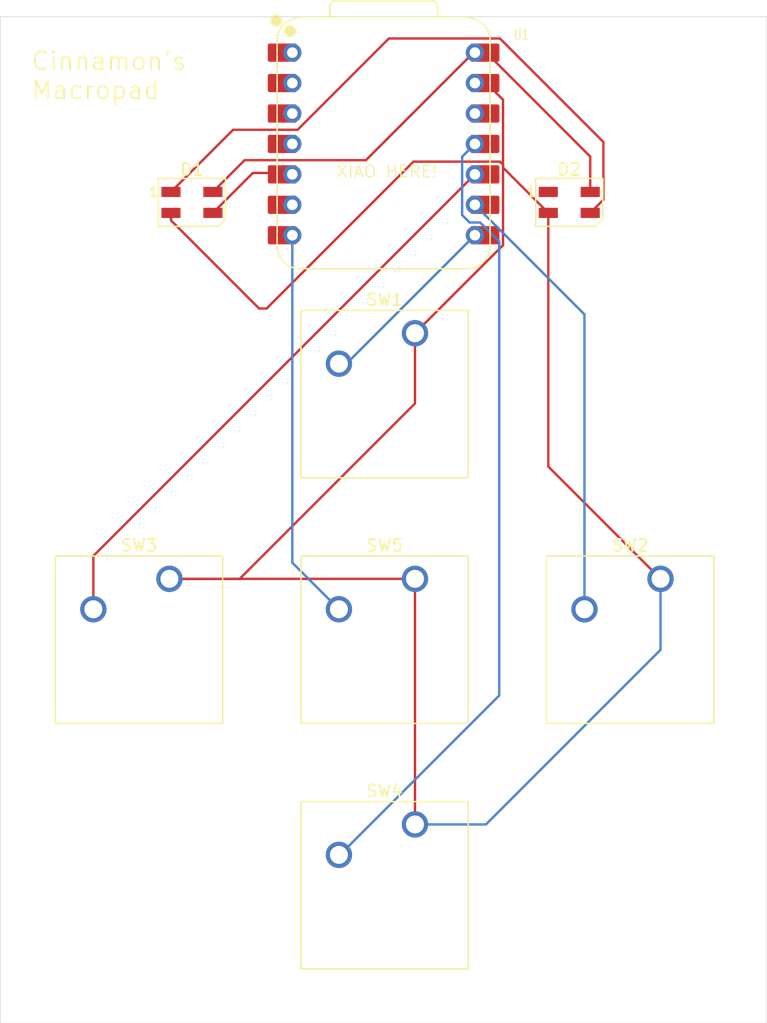
<source format=kicad_pcb>
(kicad_pcb (version 20240108) (generator "pcbnew") (generator_version "8.0")
  (layers (0 "F.Cu" signal) (31 "B.Cu" signal) (34 "B.Paste" user) (35 "F.Paste" user) (36 "B.SilkS" user "B.Silkscreen") (37 "F.SilkS" user "F.Silkscreen") (38 "B.Mask" user) (39 "F.Mask" user) (44 "Edge.Cuts" user))
  (net 0 "")
  (net 1 "Net-(D1-DIN)")
  (net 2 "GND")
  (net 3 "+5V")
  (net 4 "Net-(D1-DOUT)")
  (net 6 "Net-(U1-GPIO1{slash}RX)")
  (net 7 "Net-(U1-GPIO2{slash}SCK)")
  (net 8 "Net-(U1-GPIO4{slash}MISO)")
  (net 9 "Net-(U1-GPIO3{slash}MOSI)")
  (net 16 "Net-(U1-GPIO0{slash}TX)")
  (footprint "hackpad:SW_Cherry_MX_1.00u_PCB" (layer "F.Cu") (at 107.12 75.92)
    (property "Reference" "SW3" (at -2.54 -2.794 0) (layer "F.SilkS"))
    (property "Value" "SW_Push")
    (fp_line (start -9.525 -1.905) (end 4.445 -1.905) (stroke (width 0.12)) (layer "F.SilkS"))
    (fp_line (start -9.525 12.065) (end -9.525 -1.905) (stroke (width 0.12)) (layer "F.SilkS"))
    (fp_line (start 4.445 -1.905) (end 4.445 12.065) (stroke (width 0.12)) (layer "F.SilkS"))
    (fp_line (start 4.445 12.065) (end -9.525 12.065) (stroke (width 0.12)) (layer "F.SilkS"))
    (pad "" np_thru_hole circle (at -7.62 5.08) (size 1.7 1.7) (drill 1.7) (layers "*.Cu" "*.Mask"))
    (pad "" np_thru_hole circle (at -2.54 5.08) (size 4 4) (drill 4) (layers "*.Cu" "*.Mask"))
    (pad "" np_thru_hole circle (at 2.54 5.08) (size 1.7 1.7) (drill 1.7) (layers "*.Cu" "*.Mask"))
    (pad "1" thru_hole circle (at 0 0) (size 2.2 2.2) (drill 1.5) (layers "*.Cu" "*.Mask") (net 2 "GND"))
    (pad "2" thru_hole circle (at -6.35 2.54) (size 2.2 2.2) (drill 1.5) (layers "*.Cu" "*.Mask") (net 8 "Net-(U1-GPIO4{slash}MISO)"))
  )
  (footprint "hackpad:SW_Cherry_MX_1.00u_PCB" (layer "F.Cu") (at 127.62 96.42)
    (property "Reference" "SW4" (at -2.54 -2.794 0) (layer "F.SilkS"))
    (property "Value" "SW_Push")
    (fp_line (start -9.525 -1.905) (end 4.445 -1.905) (stroke (width 0.12)) (layer "F.SilkS"))
    (fp_line (start -9.525 12.065) (end -9.525 -1.905) (stroke (width 0.12)) (layer "F.SilkS"))
    (fp_line (start 4.445 -1.905) (end 4.445 12.065) (stroke (width 0.12)) (layer "F.SilkS"))
    (fp_line (start 4.445 12.065) (end -9.525 12.065) (stroke (width 0.12)) (layer "F.SilkS"))
    (pad "" np_thru_hole circle (at -7.62 5.08) (size 1.7 1.7) (drill 1.7) (layers "*.Cu" "*.Mask"))
    (pad "" np_thru_hole circle (at -2.54 5.08) (size 4 4) (drill 4) (layers "*.Cu" "*.Mask"))
    (pad "" np_thru_hole circle (at 2.54 5.08) (size 1.7 1.7) (drill 1.7) (layers "*.Cu" "*.Mask"))
    (pad "1" thru_hole circle (at 0 0) (size 2.2 2.2) (drill 1.5) (layers "*.Cu" "*.Mask") (net 2 "GND"))
    (pad "2" thru_hole circle (at -6.35 2.54) (size 2.2 2.2) (drill 1.5) (layers "*.Cu" "*.Mask") (net 9 "Net-(U1-GPIO3{slash}MOSI)"))
  )
  (footprint "hackpad:SW_Cherry_MX_1.00u_PCB" (layer "F.Cu") (at 148.12 75.92)
    (property "Reference" "SW2" (at -2.54 -2.794 0) (layer "F.SilkS"))
    (property "Value" "SW_Push")
    (fp_line (start -9.525 -1.905) (end 4.445 -1.905) (stroke (width 0.12)) (layer "F.SilkS"))
    (fp_line (start -9.525 12.065) (end -9.525 -1.905) (stroke (width 0.12)) (layer "F.SilkS"))
    (fp_line (start 4.445 -1.905) (end 4.445 12.065) (stroke (width 0.12)) (layer "F.SilkS"))
    (fp_line (start 4.445 12.065) (end -9.525 12.065) (stroke (width 0.12)) (layer "F.SilkS"))
    (pad "" np_thru_hole circle (at -7.62 5.08) (size 1.7 1.7) (drill 1.7) (layers "*.Cu" "*.Mask"))
    (pad "" np_thru_hole circle (at -2.54 5.08) (size 4 4) (drill 4) (layers "*.Cu" "*.Mask"))
    (pad "" np_thru_hole circle (at 2.54 5.08) (size 1.7 1.7) (drill 1.7) (layers "*.Cu" "*.Mask"))
    (pad "1" thru_hole circle (at 0 0) (size 2.2 2.2) (drill 1.5) (layers "*.Cu" "*.Mask") (net 2 "GND"))
    (pad "2" thru_hole circle (at -6.35 2.54) (size 2.2 2.2) (drill 1.5) (layers "*.Cu" "*.Mask") (net 7 "Net-(U1-GPIO2{slash}SCK)"))
  )
  (footprint "hackpad:LED_SK6812MINI_PLCC4_3.5x3.5mm_P1.75mm" (layer "F.Cu") (at 109 44.5)
    (property "Reference" "D1" (at 0 -2.75 0) (layer "F.SilkS"))
    (property "Value" "SK6812MINI")
    (fp_line (start -2.8 -2) (end -2.8 2) (stroke (width 0.12)) (layer "F.SilkS"))
    (fp_line (start -2.8 -2) (end 2.8 -2) (stroke (width 0.12)) (layer "F.SilkS"))
    (fp_line (start -2.8 2) (end 2.2 2) (stroke (width 0.12)) (layer "F.SilkS"))
    (fp_line (start 2.8 1.4) (end 2.2 2) (stroke (width 0.12)) (layer "F.SilkS"))
    (fp_line (start 2.8 1.4) (end 2.8 -2) (stroke (width 0.12)) (layer "F.SilkS"))
    (fp_text user "1" (at -3.2 -0.875 0) (layer "F.SilkS") (effects (font (size 0.8 0.8))))
    (pad "1" smd rect (at -1.75 -0.875) (size 1.6 0.85) (layers "F.Cu" "F.Paste" "F.Mask") (net 4 "Net-(D1-DOUT)"))
    (pad "2" smd rect (at -1.75 0.875) (size 1.6 0.85) (layers "F.Cu" "F.Paste" "F.Mask") (net 2 "GND"))
    (pad "3" smd rect (at 1.75 0.875) (size 1.6 0.85) (layers "F.Cu" "F.Paste" "F.Mask") (net 1 "Net-(D1-DIN)"))
    (pad "4" smd rect (at 1.75 -0.875) (size 1.6 0.85) (layers "F.Cu" "F.Paste" "F.Mask") (net 3 "+5V"))
  )
  (footprint "hackpad:LED_SK6812MINI_PLCC4_3.5x3.5mm_P1.75mm" (layer "F.Cu") (at 140.5 44.5)
    (property "Reference" "D2" (at 0 -2.75 0) (layer "F.SilkS"))
    (property "Value" "SK6812MINI")
    (fp_line (start -2.8 -2) (end -2.8 2) (stroke (width 0.12)) (layer "F.SilkS"))
    (fp_line (start -2.8 -2) (end 2.8 -2) (stroke (width 0.12)) (layer "F.SilkS"))
    (fp_line (start -2.8 2) (end 2.2 2) (stroke (width 0.12)) (layer "F.SilkS"))
    (fp_line (start 2.8 1.4) (end 2.2 2) (stroke (width 0.12)) (layer "F.SilkS"))
    (fp_line (start 2.8 1.4) (end 2.8 -2) (stroke (width 0.12)) (layer "F.SilkS"))
    (fp_text user "1" (at -3.2 -0.875 0) (layer "F.SilkS") (effects (font (size 0.8 0.8))))
    (pad "1" smd rect (at -1.75 -0.875) (size 1.6 0.85) (layers "F.Cu" "F.Paste" "F.Mask"))
    (pad "2" smd rect (at -1.75 0.875) (size 1.6 0.85) (layers "F.Cu" "F.Paste" "F.Mask") (net 2 "GND"))
    (pad "3" smd rect (at 1.75 0.875) (size 1.6 0.85) (layers "F.Cu" "F.Paste" "F.Mask") (net 4 "Net-(D1-DOUT)"))
    (pad "4" smd rect (at 1.75 -0.875) (size 1.6 0.85) (layers "F.Cu" "F.Paste" "F.Mask") (net 3 "+5V"))
  )
  (footprint "hackpad:SW_Cherry_MX_1.00u_PCB" (layer "F.Cu") (at 127.62 55.42)
    (property "Reference" "SW1" (at -2.54 -2.794 0) (layer "F.SilkS"))
    (property "Value" "SW_Push")
    (fp_line (start -9.525 -1.905) (end 4.445 -1.905) (stroke (width 0.12)) (layer "F.SilkS"))
    (fp_line (start -9.525 12.065) (end -9.525 -1.905) (stroke (width 0.12)) (layer "F.SilkS"))
    (fp_line (start 4.445 -1.905) (end 4.445 12.065) (stroke (width 0.12)) (layer "F.SilkS"))
    (fp_line (start 4.445 12.065) (end -9.525 12.065) (stroke (width 0.12)) (layer "F.SilkS"))
    (pad "" np_thru_hole circle (at -7.62 5.08) (size 1.7 1.7) (drill 1.7) (layers "*.Cu" "*.Mask"))
    (pad "" np_thru_hole circle (at -2.54 5.08) (size 4 4) (drill 4) (layers "*.Cu" "*.Mask"))
    (pad "" np_thru_hole circle (at 2.54 5.08) (size 1.7 1.7) (drill 1.7) (layers "*.Cu" "*.Mask"))
    (pad "1" thru_hole circle (at 0 0) (size 2.2 2.2) (drill 1.5) (layers "*.Cu" "*.Mask") (net 2 "GND"))
    (pad "2" thru_hole circle (at -6.35 2.54) (size 2.2 2.2) (drill 1.5) (layers "*.Cu" "*.Mask") (net 6 "Net-(U1-GPIO1{slash}RX)"))
  )
  (footprint "hackpad:SW_Cherry_MX_1.00u_PCB" (layer "F.Cu") (at 127.62 75.92)
    (property "Reference" "SW5" (at -2.54 -2.794 0) (layer "F.SilkS"))
    (property "Value" "SW_Push")
    (fp_line (start -9.525 -1.905) (end 4.445 -1.905) (stroke (width 0.12)) (layer "F.SilkS"))
    (fp_line (start -9.525 12.065) (end -9.525 -1.905) (stroke (width 0.12)) (layer "F.SilkS"))
    (fp_line (start 4.445 -1.905) (end 4.445 12.065) (stroke (width 0.12)) (layer "F.SilkS"))
    (fp_line (start 4.445 12.065) (end -9.525 12.065) (stroke (width 0.12)) (layer "F.SilkS"))
    (pad "" np_thru_hole circle (at -7.62 5.08) (size 1.7 1.7) (drill 1.7) (layers "*.Cu" "*.Mask"))
    (pad "" np_thru_hole circle (at -2.54 5.08) (size 4 4) (drill 4) (layers "*.Cu" "*.Mask"))
    (pad "" np_thru_hole circle (at 2.54 5.08) (size 1.7 1.7) (drill 1.7) (layers "*.Cu" "*.Mask"))
    (pad "1" thru_hole circle (at 0 0) (size 2.2 2.2) (drill 1.5) (layers "*.Cu" "*.Mask") (net 2 "GND"))
    (pad "2" thru_hole circle (at -6.35 2.54) (size 2.2 2.2) (drill 1.5) (layers "*.Cu" "*.Mask") (net 16 "Net-(U1-GPIO0{slash}TX)"))
  )
  (footprint "hackpad:XIAO-RP2040-DIP" (layer "F.Cu") (at 125 39.62)
    (property "Reference" "U1" (at 11.5 -9.12 0) (layer "F.SilkS") (effects (font (size 0.8 0.635) (thickness 0.1016))))
    (property "Value" "XIAO-RP2040-DIP")
    (fp_line (start -8.89 8.509) (end -8.89 -8.636) (stroke (width 0.127)) (layer "F.SilkS"))
    (fp_line (start -6.985 10.414) (end 6.985 10.414) (stroke (width 0.127)) (layer "F.SilkS"))
    (fp_line (start -4.495 -10.541) (end -4.491272 -11.451272) (stroke (width 0.127)) (layer "F.SilkS"))
    (fp_line (start -3.991272 -11.951) (end 4.004 -11.951) (stroke (width 0.127)) (layer "F.SilkS"))
    (fp_line (start 4.504 -11.451) (end 4.504 -10.541) (stroke (width 0.127)) (layer "F.SilkS"))
    (fp_line (start 6.985 -10.541) (end -6.985 -10.541) (stroke (width 0.1)) (layer "F.SilkS"))
    (fp_line (start 6.985 -10.541) (end -6.985 -10.541) (stroke (width 0.127)) (layer "F.SilkS"))
    (fp_line (start 8.89 8.509) (end 8.89 -8.636) (stroke (width 0.127)) (layer "F.SilkS"))
    (fp_arc (start -8.89 -8.636) (mid -8.332038 -9.983038) (end -6.985 -10.541) (stroke (width 0.127)) (layer "F.SilkS"))
    (fp_arc (start -6.985 10.414) (mid -8.332038 9.856038) (end -8.89 8.509) (stroke (width 0.127)) (layer "F.SilkS"))
    (fp_arc (start -4.491272 -11.451272) (mid -4.344724 -11.804644) (end -3.991272 -11.951) (stroke (width 0.127)) (layer "F.SilkS"))
    (fp_arc (start 4.004 -11.951) (mid 4.357553 -11.804553) (end 4.504 -11.451) (stroke (width 0.127)) (layer "F.SilkS"))
    (fp_arc (start 6.985 -10.541) (mid 8.332038 -9.983038) (end 8.89 -8.636) (stroke (width 0.127)) (layer "F.SilkS"))
    (fp_arc (start 8.89 8.509) (mid 8.332038 9.856038) (end 6.985 10.414) (stroke (width 0.127)) (layer "F.SilkS"))
    (fp_circle (center -8.95 -10.3) (end -8.95 -10.554) (stroke (width 0.5)) (fill solid) (layer "F.SilkS"))
    (fp_circle (center -7.807 -9.42) (end -7.807 -9.674) (stroke (width 0.5)) (fill solid) (layer "F.SilkS"))
    (pad "1" smd roundrect (at -8.455 -7.62 180) (size 2.432 1.524) (layers "F.Cu" "F.Mask") (roundrect_rratio 0.1))
    (pad "1" thru_hole circle (at -7.62 -7.62 180) (size 1.524 1.524) (drill 0.889) (layers "*.Cu" "*.Mask"))
    (pad "2" smd roundrect (at -8.455 -5.08 180) (size 2.432 1.524) (layers "F.Cu" "F.Mask") (roundrect_rratio 0.1))
    (pad "2" thru_hole circle (at -7.62 -5.08 180) (size 1.524 1.524) (drill 0.889) (layers "*.Cu" "*.Mask"))
    (pad "3" smd roundrect (at -8.455 -2.54 180) (size 2.432 1.524) (layers "F.Cu" "F.Mask") (roundrect_rratio 0.1))
    (pad "3" thru_hole circle (at -7.62 -2.54 180) (size 1.524 1.524) (drill 0.889) (layers "*.Cu" "*.Mask"))
    (pad "4" smd roundrect (at -8.455 0 180) (size 2.432 1.524) (layers "F.Cu" "F.Mask") (roundrect_rratio 0.1))
    (pad "4" thru_hole circle (at -7.62 0 180) (size 1.524 1.524) (drill 0.889) (layers "*.Cu" "*.Mask"))
    (pad "5" smd roundrect (at -8.455 2.54 180) (size 2.432 1.524) (layers "F.Cu" "F.Mask") (roundrect_rratio 0.1) (net 1 "Net-(D1-DIN)"))
    (pad "5" thru_hole circle (at -7.62 2.54 180) (size 1.524 1.524) (drill 0.889) (layers "*.Cu" "*.Mask") (net 1 "Net-(D1-DIN)"))
    (pad "6" smd roundrect (at -8.455 5.08 180) (size 2.432 1.524) (layers "F.Cu" "F.Mask") (roundrect_rratio 0.1))
    (pad "6" thru_hole circle (at -7.62 5.08 180) (size 1.524 1.524) (drill 0.889) (layers "*.Cu" "*.Mask"))
    (pad "7" smd roundrect (at -8.455 7.62 180) (size 2.432 1.524) (layers "F.Cu" "F.Mask") (roundrect_rratio 0.1) (net 16 "Net-(U1-GPIO0{slash}TX)"))
    (pad "7" thru_hole circle (at -7.62 7.62 180) (size 1.524 1.524) (drill 0.889) (layers "*.Cu" "*.Mask") (net 16 "Net-(U1-GPIO0{slash}TX)"))
    (pad "8" thru_hole circle (at 7.62 7.62) (size 1.524 1.524) (drill 0.889) (layers "*.Cu" "*.Mask") (net 6 "Net-(U1-GPIO1{slash}RX)"))
    (pad "8" smd roundrect (at 8.455 7.62) (size 2.432 1.524) (layers "F.Cu" "F.Mask") (roundrect_rratio 0.1) (net 6 "Net-(U1-GPIO1{slash}RX)"))
    (pad "9" thru_hole circle (at 7.62 5.08) (size 1.524 1.524) (drill 0.889) (layers "*.Cu" "*.Mask") (net 7 "Net-(U1-GPIO2{slash}SCK)"))
    (pad "9" smd roundrect (at 8.455 5.08) (size 2.432 1.524) (layers "F.Cu" "F.Mask") (roundrect_rratio 0.1) (net 7 "Net-(U1-GPIO2{slash}SCK)"))
    (pad "10" thru_hole circle (at 7.62 2.54) (size 1.524 1.524) (drill 0.889) (layers "*.Cu" "*.Mask") (net 8 "Net-(U1-GPIO4{slash}MISO)"))
    (pad "10" smd roundrect (at 8.455 2.54) (size 2.432 1.524) (layers "F.Cu" "F.Mask") (roundrect_rratio 0.1) (net 8 "Net-(U1-GPIO4{slash}MISO)"))
    (pad "11" thru_hole circle (at 7.62 0) (size 1.524 1.524) (drill 0.889) (layers "*.Cu" "*.Mask") (net 9 "Net-(U1-GPIO3{slash}MOSI)"))
    (pad "11" smd roundrect (at 8.455 0) (size 2.432 1.524) (layers "F.Cu" "F.Mask") (roundrect_rratio 0.1) (net 9 "Net-(U1-GPIO3{slash}MOSI)"))
    (pad "12" thru_hole circle (at 7.62 -2.54) (size 1.524 1.524) (drill 0.889) (layers "*.Cu" "*.Mask"))
    (pad "12" smd roundrect (at 8.455 -2.54) (size 2.432 1.524) (layers "F.Cu" "F.Mask") (roundrect_rratio 0.1))
    (pad "13" thru_hole circle (at 7.62 -5.08) (size 1.524 1.524) (drill 0.889) (layers "*.Cu" "*.Mask") (net 2 "GND"))
    (pad "13" smd roundrect (at 8.455 -5.08) (size 2.432 1.524) (layers "F.Cu" "F.Mask") (roundrect_rratio 0.1) (net 2 "GND"))
    (pad "14" thru_hole circle (at 7.62 -7.62) (size 1.524 1.524) (drill 0.889) (layers "*.Cu" "*.Mask") (net 3 "+5V"))
    (pad "14" smd roundrect (at 8.455 -7.62) (size 2.432 1.524) (layers "F.Cu" "F.Mask") (roundrect_rratio 0.1) (net 3 "+5V"))
  )
  (gr_rect (start 93 29) (end 157 113) (stroke (width 0.05)) (fill none) (layer "Edge.Cuts"))
  (gr_text "Cinnamon's\nMacropad" (at 95.5 36 0) (layer "F.SilkS") (effects (font (size 1.5 1.5)) (justify left bottom)))
  (gr_text "XIAO HERE!" (at 121 42.5 0) (layer "F.SilkS") (effects (font (size 1 1) (thickness 0.1)) (justify left bottom)))
  (segment (start 114.085 42.04) (end 117.38 42.04) (width 0.2) (layer "F.Cu") (net 1))
  (segment (start 110.75 45.375) (end 114.085 42.04) (width 0.2) (layer "F.Cu") (net 1))
  (segment (start 112.983402 75.92) (end 127.62 61.283402) (width 0.2) (layer "F.Cu") (net 2))
  (segment (start 114.607157 53.357157) (end 115.232157 53.357157) (width 0.2) (layer "F.Cu") (net 2))
  (segment (start 138.75 66.55) (end 148.12 75.92) (width 0.2) (layer "F.Cu") (net 2))
  (segment (start 138.75 45.375) (end 134.971 41.596) (width 0.2) (layer "F.Cu") (net 2))
  (segment (start 134.971 35.936) (end 133.455 34.42) (width 0.2) (layer "F.Cu") (net 2))
  (segment (start 138.75 45.375) (end 138.75 66.55) (width 0.2) (layer "F.Cu") (net 2))
  (segment (start 107.12 75.92) (end 112.983402 75.92) (width 0.2) (layer "F.Cu") (net 2))
  (segment (start 134.971 41.358786) (end 134.971 48.069) (width 0.2) (layer "F.Cu") (net 2))
  (segment (start 127.491314 41.098) (end 134.710214 41.098) (width 0.2) (layer "F.Cu") (net 2))
  (segment (start 127.62 61.283402) (end 127.62 55.42) (width 0.2) (layer "F.Cu") (net 2))
  (segment (start 107.25 46) (end 114.607157 53.357157) (width 0.2) (layer "F.Cu") (net 2))
  (segment (start 134.971 48.069) (end 127.62 55.42) (width 0.2) (layer "F.Cu") (net 2))
  (segment (start 127.62 96.5) (end 127.62 75.92) (width 0.2) (layer "F.Cu") (net 2))
  (segment (start 134.710214 41.098) (end 134.971 41.358786) (width 0.2) (layer "F.Cu") (net 2))
  (segment (start 107.12 75.92) (end 127.62 75.92) (width 0.2) (layer "F.Cu") (net 2))
  (segment (start 115.232157 53.357157) (end 127.491314 41.098) (width 0.2) (layer "F.Cu") (net 2))
  (segment (start 134.971 41.596) (end 134.971 35.936) (width 0.2) (layer "F.Cu") (net 2))
  (segment (start 107.25 45.375) (end 107.25 46) (width 0.2) (layer "F.Cu") (net 2))
  (segment (start 148.12 81.842944) (end 133.542944 96.42) (width 0.2) (layer "B.Cu") (net 2))
  (segment (start 148.12 75.92) (end 148.12 81.842944) (width 0.2) (layer "B.Cu") (net 2))
  (segment (start 133.542944 96.42) (end 127.62 96.42) (width 0.2) (layer "B.Cu") (net 2))
  (segment (start 123.522 40.978) (end 132.62 31.88) (width 0.2) (layer "F.Cu") (net 3))
  (segment (start 133.455 31.88) (end 142.25 40.675) (width 0.2) (layer "F.Cu") (net 3))
  (segment (start 113.397 40.978) (end 123.522 40.978) (width 0.2) (layer "F.Cu") (net 3))
  (segment (start 110.75 43.625) (end 113.397 40.978) (width 0.2) (layer "F.Cu") (net 3))
  (segment (start 142.25 40.675) (end 142.25 43.625) (width 0.2) (layer "F.Cu") (net 3))
  (segment (start 112.437 38.438) (end 107.25 43.625) (width 0.2) (layer "F.Cu") (net 4))
  (segment (start 117.819895 38.438) (end 112.437 38.438) (width 0.2) (layer "F.Cu") (net 4))
  (segment (start 143.35 44.275) (end 143.35 39.457786) (width 0.2) (layer "F.Cu") (net 4))
  (segment (start 134.710214 30.818) (end 125.439895 30.818) (width 0.2) (layer "F.Cu") (net 4))
  (segment (start 143.35 39.457786) (end 134.710214 30.818) (width 0.2) (layer "F.Cu") (net 4))
  (segment (start 125.439895 30.818) (end 117.819895 38.438) (width 0.2) (layer "F.Cu") (net 4))
  (segment (start 142.25 45.375) (end 143.35 44.275) (width 0.2) (layer "F.Cu") (net 4))
  (segment (start 121.9 57.96) (end 121.27 57.96) (width 0.2) (layer "B.Cu") (net 6))
  (segment (start 132.62 47.24) (end 121.9 57.96) (width 0.2) (layer "B.Cu") (net 6))
  (segment (start 131.99 47.24) (end 132.62 47.24) (width 0.2) (layer "B.Cu") (net 6))
  (segment (start 132.03 47.12) (end 132.62 47.12) (width 0.2) (layer "B.Cu") (net 6))
  (segment (start 141.77 53.85) (end 141.77 78.46) (width 0.2) (layer "B.Cu") (net 7))
  (segment (start 132.62 44.7) (end 141.77 53.85) (width 0.2) (layer "B.Cu") (net 7))
  (segment (start 100.77 78.46) (end 100.77 74.01) (width 0.2) (layer "F.Cu") (net 8))
  (segment (start 100.77 74.01) (end 132.62 42.16) (width 0.2) (layer "F.Cu") (net 8))
  (segment (start 133.059895 46.178) (end 132.180105 46.178) (width 0.2) (layer "B.Cu") (net 9))
  (segment (start 134.655 85.655) (end 134.655 47.773105) (width 0.2) (layer "B.Cu") (net 9))
  (segment (start 131.558 45.555895) (end 131.558 40.682) (width 0.2) (layer "B.Cu") (net 9))
  (segment (start 121.27 99.04) (end 134.155 86.155) (width 0.2) (layer "B.Cu") (net 9))
  (segment (start 134.155 86.155) (end 134.655 85.655) (width 0.2) (layer "B.Cu") (net 9))
  (segment (start 132.180105 46.178) (end 131.558 45.555895) (width 0.2) (layer "B.Cu") (net 9))
  (segment (start 134.655 47.773105) (end 133.059895 46.178) (width 0.2) (layer "B.Cu") (net 9))
  (segment (start 131.558 40.682) (end 132.62 39.62) (width 0.2) (layer "B.Cu") (net 9))
  (segment (start 121.27 78.46) (end 117.38 74.57) (width 0.2) (layer "B.Cu") (net 16))
  (segment (start 117.38 74.57) (end 117.38 47.24) (width 0.2) (layer "B.Cu") (net 16))
)
</source>
